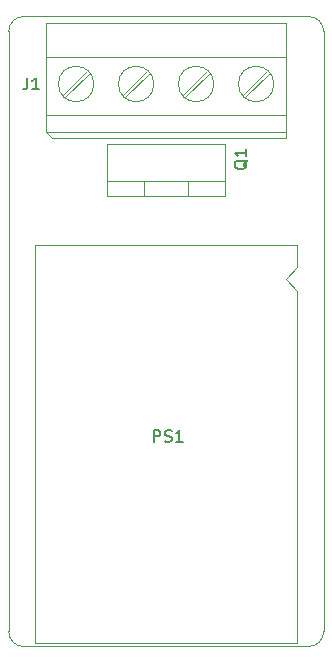
<source format=gbr>
%TF.GenerationSoftware,KiCad,Pcbnew,5.1.5+dfsg1-2~bpo10+1*%
%TF.CreationDate,2020-10-04T09:49:28+00:00*%
%TF.ProjectId,PWR,5057522e-6b69-4636-9164-5f7063625858,rev?*%
%TF.SameCoordinates,Original*%
%TF.FileFunction,Other,Fab,Top*%
%FSLAX45Y45*%
G04 Gerber Fmt 4.5, Leading zero omitted, Abs format (unit mm)*
G04 Created by KiCad (PCBNEW 5.1.5+dfsg1-2~bpo10+1) date 2020-10-04 09:49:28*
%MOMM*%
%LPD*%
G04 APERTURE LIST*
%ADD10C,0.120000*%
%ADD11C,0.100000*%
%ADD12C,0.150000*%
G04 APERTURE END LIST*
D10*
X2476500Y-508000D02*
G75*
G02X2349500Y-635000I-127000J0D01*
G01*
X-190500Y4572000D02*
G75*
G02X-63500Y4699000I127000J0D01*
G01*
X-63500Y-635000D02*
G75*
G02X-190500Y-508000I0J127000D01*
G01*
X2349500Y4699000D02*
G75*
G02X2476500Y4572000I0J-127000D01*
G01*
X-190500Y4572000D02*
X-190500Y-508000D01*
X2349500Y4699000D02*
X-63500Y4699000D01*
X2476500Y-508000D02*
X2476500Y4572000D01*
X-63500Y-635000D02*
X2349500Y-635000D01*
D11*
X2255000Y2376500D02*
X2155000Y2476500D01*
X2155000Y2476500D02*
X2255000Y2576500D01*
X2255000Y2576500D02*
X2255000Y2761500D01*
X2255000Y2376500D02*
X2255000Y-608500D01*
X35000Y2761500D02*
X2255000Y2761500D01*
X35000Y-608500D02*
X2255000Y-608500D01*
X35000Y2761500D02*
X35000Y-608500D01*
X958000Y3177500D02*
X958000Y3304500D01*
X1328000Y3177500D02*
X1328000Y3304500D01*
X1643000Y3304500D02*
X643000Y3304500D01*
X643000Y3177500D02*
X1643000Y3177500D01*
X643000Y3617500D02*
X643000Y3177500D01*
X1643000Y3617500D02*
X643000Y3617500D01*
X1643000Y3177500D02*
X1643000Y3617500D01*
X2000500Y4241300D02*
X1791300Y4032000D01*
X2018800Y4223000D02*
X1809600Y4013700D01*
X1492500Y4241300D02*
X1283300Y4032000D01*
X1510800Y4223000D02*
X1301600Y4013700D01*
X984500Y4241300D02*
X775300Y4032000D01*
X1002800Y4223000D02*
X793600Y4013700D01*
X476500Y4241300D02*
X267200Y4032000D01*
X494800Y4223000D02*
X285500Y4013700D01*
X127000Y4357500D02*
X2159000Y4357500D01*
X127000Y3867500D02*
X2159000Y3867500D01*
X127000Y3717500D02*
X2159000Y3717500D01*
X127000Y3717500D02*
X127000Y4647500D01*
X177000Y3667500D02*
X127000Y3717500D01*
X2159000Y3667500D02*
X177000Y3667500D01*
X2159000Y4647500D02*
X2159000Y3667500D01*
X127000Y4647500D02*
X2159000Y4647500D01*
X2055000Y4127500D02*
G75*
G03X2055000Y4127500I-150000J0D01*
G01*
X1547000Y4127500D02*
G75*
G03X1547000Y4127500I-150000J0D01*
G01*
X1039000Y4127500D02*
G75*
G03X1039000Y4127500I-150000J0D01*
G01*
X531000Y4127500D02*
G75*
G03X531000Y4127500I-150000J0D01*
G01*
D12*
X1036571Y1097762D02*
X1036571Y1197762D01*
X1074667Y1197762D01*
X1084190Y1193000D01*
X1088952Y1188238D01*
X1093714Y1178714D01*
X1093714Y1164429D01*
X1088952Y1154905D01*
X1084190Y1150143D01*
X1074667Y1145381D01*
X1036571Y1145381D01*
X1131810Y1102524D02*
X1146095Y1097762D01*
X1169905Y1097762D01*
X1179429Y1102524D01*
X1184190Y1107286D01*
X1188952Y1116810D01*
X1188952Y1126333D01*
X1184190Y1135857D01*
X1179429Y1140619D01*
X1169905Y1145381D01*
X1150857Y1150143D01*
X1141333Y1154905D01*
X1136571Y1159667D01*
X1131810Y1169191D01*
X1131810Y1178714D01*
X1136571Y1188238D01*
X1141333Y1193000D01*
X1150857Y1197762D01*
X1174667Y1197762D01*
X1188952Y1193000D01*
X1284190Y1097762D02*
X1227048Y1097762D01*
X1255619Y1097762D02*
X1255619Y1197762D01*
X1246095Y1183476D01*
X1236571Y1173952D01*
X1227048Y1169191D01*
X1832762Y3482976D02*
X1828000Y3473452D01*
X1818476Y3463929D01*
X1804190Y3449643D01*
X1799428Y3440119D01*
X1799428Y3430595D01*
X1823238Y3435357D02*
X1818476Y3425833D01*
X1808952Y3416310D01*
X1789905Y3411548D01*
X1756571Y3411548D01*
X1737524Y3416310D01*
X1728000Y3425833D01*
X1723238Y3435357D01*
X1723238Y3454405D01*
X1728000Y3463929D01*
X1737524Y3473452D01*
X1756571Y3478214D01*
X1789905Y3478214D01*
X1808952Y3473452D01*
X1818476Y3463929D01*
X1823238Y3454405D01*
X1823238Y3435357D01*
X1823238Y3573452D02*
X1823238Y3516310D01*
X1823238Y3544881D02*
X1723238Y3544881D01*
X1737524Y3535357D01*
X1747048Y3525833D01*
X1751809Y3516310D01*
X-33333Y4182262D02*
X-33333Y4110833D01*
X-38095Y4096548D01*
X-47619Y4087024D01*
X-61905Y4082262D01*
X-71429Y4082262D01*
X66667Y4082262D02*
X9524Y4082262D01*
X38095Y4082262D02*
X38095Y4182262D01*
X28571Y4167976D01*
X19048Y4158452D01*
X9524Y4153690D01*
M02*

</source>
